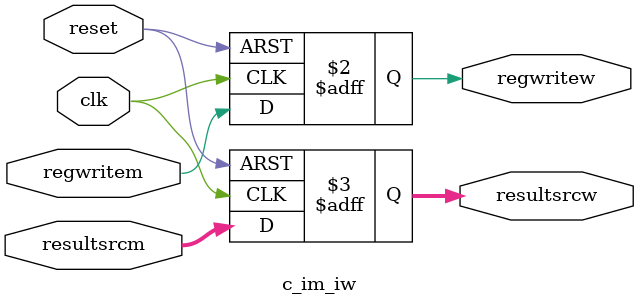
<source format=v>
module c_im_iw(
  input             clk,
  input             reset,
  
  input             regwritem,
  input       [1:0] resultsrcm,
  
  output reg        regwritew,
  output reg  [1:0] resultsrcw
);

  always @(posedge clk or posedge reset) begin
    if (reset) begin
      regwritew   <= 0;
      resultsrcw  <= 0;
    end else begin
      regwritew   <= regwritem;
      resultsrcw  <= resultsrcm;
    end
  end

endmodule

</source>
